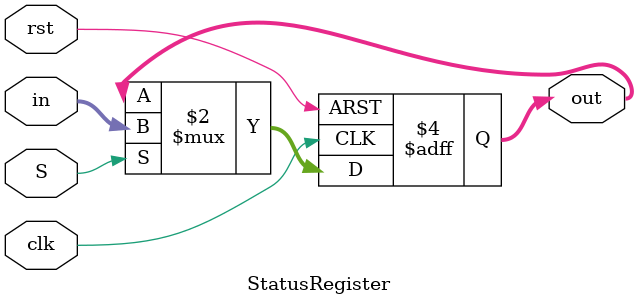
<source format=v>
module StatusRegister (input [3:0] in, input S, clk, rst, output reg [3:0] out);
  always @ (negedge clk, posedge rst) begin
    if (rst)
      out <= 4'b0;
    else if (S) begin
      out <= in;
    end
  end
endmodule

</source>
